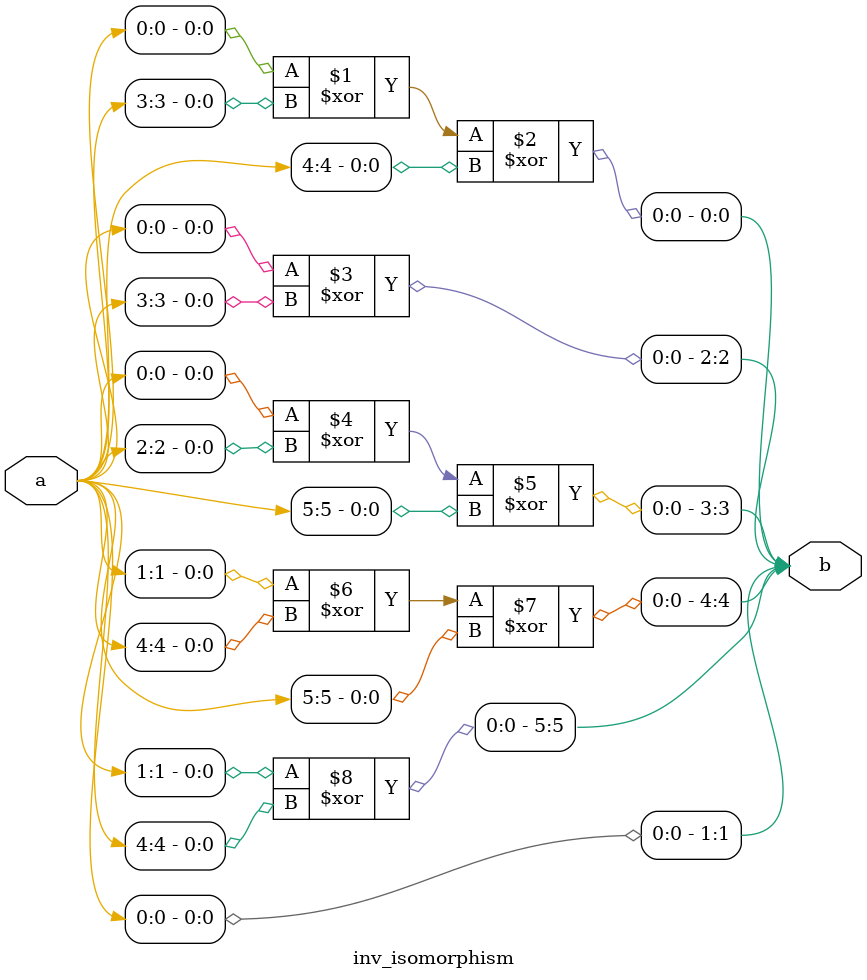
<source format=v>
`timescale 1ns/100ps
module SMS23_5_nn_5_6(x,y);
	 input [5:0] x;
	 output [5:0] y;
	 wire [5:0] w;
	 wire [5:0] p;
	 isomorphism C2 (x,w);
	 power_5 C3 (w,p);
	 inv_isomorphism C4 (p,y);
endmodule

module square_base(a,b);
	 input [1:0] a;
	 output [1:0] b;
	 assign b[0]=a[1];
	 assign b[1]=a[0];
endmodule

module add_base(a,b,c);
	 input [1:0] a;
	 input [1:0] b;
	 output [1:0] c;
	 assign c[0]=a[0]^b[0];
	 assign c[1]=a[1]^b[1];
endmodule

module constant_multiplication_base_0(a,b);
	 input [1:0] a;
	 output [1:0] b;
	 assign b[0]=0;
	 assign b[1]=0;
endmodule

module constant_multiplication_base_1(a,b);
	 input [1:0] a;
	 output [1:0] b;
	 assign b[0]=a[0];
	 assign b[1]=a[1];
endmodule

module constant_multiplication_base_2(a,b);
	 input [1:0] a;
	 output [1:0] b;
	 assign b[0]=a[1];
	 assign b[1]=a[0]^a[1];
endmodule

module constant_multiplication_base_3(a,b);
	 input [1:0] a;
	 output [1:0] b;
	 assign b[0]=a[0]^a[1];
	 assign b[1]=a[0];
endmodule

module multiplication_base(a,b,c);
	 input [1:0] a;
	 input [1:0] b;
	 output [1:0] c;
	 wire t;
	 assign t=(a[0]&b[1])^(a[1]&b[0]);
	 assign c[0]=(a[1]&b[1])^t;
	 assign c[1]=(a[0]&b[0])^t;
endmodule
module power_5(a,b);
	 input [5:0] a;
	 output [5:0] b;
	 wire [1:0] x_0;
	 wire [1:0] x_1;
	 wire [1:0] x_2;
	 wire [1:0] y_0;
	 wire [1:0] y_1;
	 wire [1:0] y_2;
	 wire [1:0] y_3;
	 wire [1:0] y_4;
	 wire [1:0] y_5;
	 wire [1:0] z_00;
	 wire [1:0] z_01;
	 wire [1:0] z_02;
	 wire [1:0] z_03;
	 wire [1:0] z_04;
	 wire [1:0] z_10;
	 wire [1:0] z_11;
	 wire [1:0] z_12;
	 wire [1:0] z_13;
	 wire [1:0] z_14;
	 wire [1:0] z_20;
	 wire [1:0] z_21;
	 wire [1:0] z_22;
	 wire [1:0] z_23;
	 wire [1:0] z_24;
	 wire [1:0] w_00;
	 wire [1:0] w_01;
	 wire [1:0] w_02;
	 wire [1:0] w_03;
	 wire [1:0] w_04;
	 wire [1:0] w_05;
	 wire [1:0] w_10;
	 wire [1:0] w_11;
	 wire [1:0] w_12;
	 wire [1:0] w_13;
	 wire [1:0] w_14;
	 wire [1:0] w_15;
	 wire [1:0] w_20;
	 wire [1:0] w_21;
	 wire [1:0] w_22;
	 wire [1:0] w_23;
	 wire [1:0] w_24;
	 wire [1:0] w_25;
	 assign x_0[0]=a[0];
	 assign x_0[1]=a[1];
	 assign x_1[0]=a[2];
	 assign x_1[1]=a[3];
	 assign x_2[0]=a[4];
	 assign x_2[1]=a[5];
	 square_base A1 (x_0,y_0);
	 square_base A2 (x_1,y_1);
	 square_base A3 (x_2,y_2);
	 multiplication_base A4 (x_0,x_1,y_3);
	 multiplication_base A5 (x_0,x_2,y_4);
	 multiplication_base A6 (x_1,x_2,y_5);
	 constant_multiplication_base_2 MC00 (y_0,w_00);
	 constant_multiplication_base_0 MC01 (y_1,w_01);
	 constant_multiplication_base_1 MC02 (y_2,w_02);
	 constant_multiplication_base_3 MC03 (y_3,w_03);
	 constant_multiplication_base_1 MC04 (y_4,w_04);
	 constant_multiplication_base_3 MC05 (y_5,w_05);
	 constant_multiplication_base_1 MC10 (y_0,w_10);
	 constant_multiplication_base_2 MC11 (y_1,w_11);
	 constant_multiplication_base_0 MC12 (y_2,w_12);
	 constant_multiplication_base_1 MC13 (y_3,w_13);
	 constant_multiplication_base_3 MC14 (y_4,w_14);
	 constant_multiplication_base_3 MC15 (y_5,w_15);
	 constant_multiplication_base_0 MC20 (y_0,w_20);
	 constant_multiplication_base_1 MC21 (y_1,w_21);
	 constant_multiplication_base_2 MC22 (y_2,w_22);
	 constant_multiplication_base_3 MC23 (y_3,w_23);
	 constant_multiplication_base_3 MC24 (y_4,w_24);
	 constant_multiplication_base_1 MC25 (y_5,w_25);
	 add_base B00 (w_00,w_01,z_00);
	 add_base B01 (w_02,w_03,z_01);
	 add_base B02 (w_04,w_05,z_02);
	 add_base B03 (z_00,z_01,z_03);
	 add_base B04 (z_03,z_02,z_04);
	 add_base B10 (w_10,w_11,z_10);
	 add_base B11 (w_12,w_13,z_11);
	 add_base B12 (w_14,w_15,z_12);
	 add_base B13 (z_10,z_11,z_13);
	 add_base B14 (z_13,z_12,z_14);
	 add_base B20 (w_20,w_21,z_20);
	 add_base B21 (w_22,w_23,z_21);
	 add_base B22 (w_24,w_25,z_22);
	 add_base B23 (z_20,z_21,z_23);
	 add_base B24 (z_23,z_22,z_24);
	 assign b[0]=z_04[0];
	 assign b[1]=z_04[1];
	 assign b[2]=z_14[0];
	 assign b[3]=z_14[1];
	 assign b[4]=z_24[0];
	 assign b[5]=z_24[1];
endmodule

module isomorphism(a,b);
	 input [5:0] a;
	 output [5:0] b;
	 assign b[0]=a[0]^a[2]^a[4]^a[5];
	 assign b[1]=a[0]^a[2]^a[3];
	 assign b[2]=a[1];
	 assign b[3]=a[1]^a[3]^a[5];
	 assign b[4]=a[0]^a[1]^a[2]^a[3]^a[4]^a[5];
	 assign b[5]=a[0]^a[4];
endmodule

module inv_isomorphism(a,b);
	 input [5:0] a;
	 output [5:0] b;
	 assign b[0]=a[0]^a[3]^a[4];
	 assign b[1]=a[0];
	 assign b[2]=a[0]^a[3];
	 assign b[3]=a[0]^a[2]^a[5];
	 assign b[4]=a[1]^a[4]^a[5];
	 assign b[5]=a[1]^a[4];
endmodule


</source>
